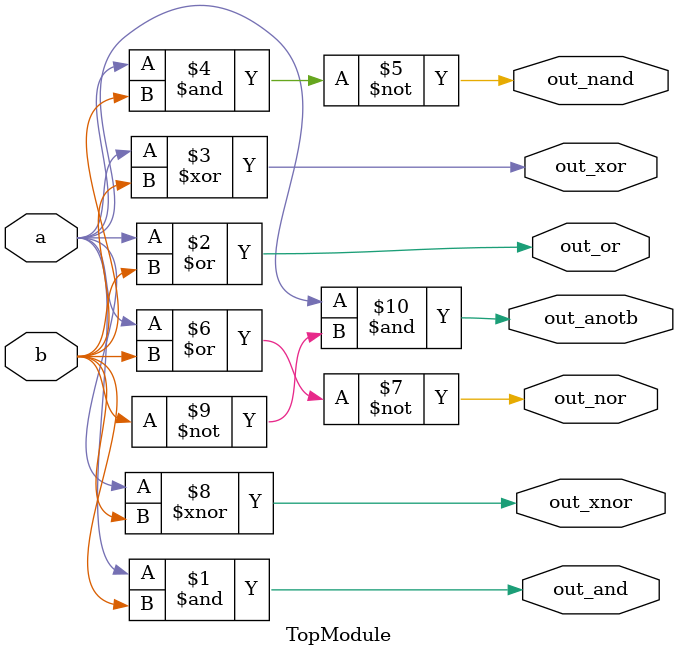
<source format=sv>
module TopModule(
    input  logic a,
    input  logic b,
    output logic out_and,
    output logic out_or,
    output logic out_xor,
    output logic out_nand,
    output logic out_nor,
    output logic out_xnor,
    output logic out_anotb
);

assign out_and  = a & b;
assign out_or   = a | b;
assign out_xor  = a ^ b;
assign out_nand = ~(a & b);
assign out_nor  = ~(a | b);
assign out_xnor = a ~^ b;
assign out_anotb = a & ~b;

endmodule
</source>
